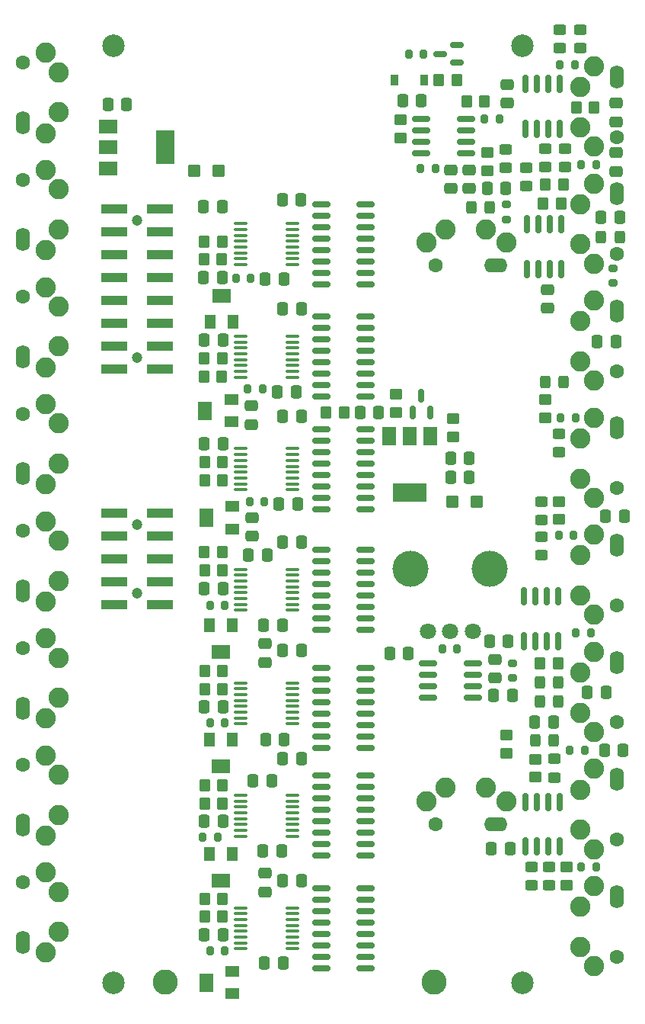
<source format=gbr>
%TF.GenerationSoftware,KiCad,Pcbnew,(6.0.1)*%
%TF.CreationDate,2023-03-07T05:59:22-08:00*%
%TF.ProjectId,pipes_main,70697065-735f-46d6-9169-6e2e6b696361,rev?*%
%TF.SameCoordinates,Original*%
%TF.FileFunction,Soldermask,Bot*%
%TF.FilePolarity,Negative*%
%FSLAX46Y46*%
G04 Gerber Fmt 4.6, Leading zero omitted, Abs format (unit mm)*
G04 Created by KiCad (PCBNEW (6.0.1)) date 2023-03-07 05:59:22*
%MOMM*%
%LPD*%
G01*
G04 APERTURE LIST*
G04 Aperture macros list*
%AMRoundRect*
0 Rectangle with rounded corners*
0 $1 Rounding radius*
0 $2 $3 $4 $5 $6 $7 $8 $9 X,Y pos of 4 corners*
0 Add a 4 corners polygon primitive as box body*
4,1,4,$2,$3,$4,$5,$6,$7,$8,$9,$2,$3,0*
0 Add four circle primitives for the rounded corners*
1,1,$1+$1,$2,$3*
1,1,$1+$1,$4,$5*
1,1,$1+$1,$6,$7*
1,1,$1+$1,$8,$9*
0 Add four rect primitives between the rounded corners*
20,1,$1+$1,$2,$3,$4,$5,0*
20,1,$1+$1,$4,$5,$6,$7,0*
20,1,$1+$1,$6,$7,$8,$9,0*
20,1,$1+$1,$8,$9,$2,$3,0*%
G04 Aperture macros list end*
%ADD10C,2.500000*%
%ADD11C,2.250000*%
%ADD12O,1.600000X2.600000*%
%ADD13C,1.600000*%
%ADD14C,4.000000*%
%ADD15C,1.800000*%
%ADD16O,2.600000X1.600000*%
%ADD17RoundRect,0.250000X-0.450000X0.325000X-0.450000X-0.325000X0.450000X-0.325000X0.450000X0.325000X0*%
%ADD18R,1.500000X2.000000*%
%ADD19R,3.800000X2.000000*%
%ADD20RoundRect,0.250000X0.350000X0.450000X-0.350000X0.450000X-0.350000X-0.450000X0.350000X-0.450000X0*%
%ADD21RoundRect,0.150000X0.587500X0.150000X-0.587500X0.150000X-0.587500X-0.150000X0.587500X-0.150000X0*%
%ADD22RoundRect,0.200000X0.200000X0.275000X-0.200000X0.275000X-0.200000X-0.275000X0.200000X-0.275000X0*%
%ADD23RoundRect,0.250000X-0.350000X-0.450000X0.350000X-0.450000X0.350000X0.450000X-0.350000X0.450000X0*%
%ADD24RoundRect,0.250000X0.337500X0.475000X-0.337500X0.475000X-0.337500X-0.475000X0.337500X-0.475000X0*%
%ADD25RoundRect,0.250000X-0.337500X-0.475000X0.337500X-0.475000X0.337500X0.475000X-0.337500X0.475000X0*%
%ADD26RoundRect,0.250000X0.475000X-0.337500X0.475000X0.337500X-0.475000X0.337500X-0.475000X-0.337500X0*%
%ADD27RoundRect,0.250000X0.450000X-0.325000X0.450000X0.325000X-0.450000X0.325000X-0.450000X-0.325000X0*%
%ADD28RoundRect,0.200000X0.275000X-0.200000X0.275000X0.200000X-0.275000X0.200000X-0.275000X-0.200000X0*%
%ADD29RoundRect,0.250000X0.450000X-0.350000X0.450000X0.350000X-0.450000X0.350000X-0.450000X-0.350000X0*%
%ADD30R,1.300000X1.600000*%
%ADD31R,2.000000X1.600000*%
%ADD32R,1.600000X1.300000*%
%ADD33R,1.600000X2.000000*%
%ADD34RoundRect,0.150000X-0.150000X0.825000X-0.150000X-0.825000X0.150000X-0.825000X0.150000X0.825000X0*%
%ADD35RoundRect,0.250000X0.325000X0.450000X-0.325000X0.450000X-0.325000X-0.450000X0.325000X-0.450000X0*%
%ADD36RoundRect,0.250000X-0.450000X-0.425000X0.450000X-0.425000X0.450000X0.425000X-0.450000X0.425000X0*%
%ADD37RoundRect,0.100000X0.637500X0.100000X-0.637500X0.100000X-0.637500X-0.100000X0.637500X-0.100000X0*%
%ADD38RoundRect,0.250000X-0.450000X0.350000X-0.450000X-0.350000X0.450000X-0.350000X0.450000X0.350000X0*%
%ADD39RoundRect,0.150000X0.825000X0.150000X-0.825000X0.150000X-0.825000X-0.150000X0.825000X-0.150000X0*%
%ADD40RoundRect,0.250000X-0.475000X0.337500X-0.475000X-0.337500X0.475000X-0.337500X0.475000X0.337500X0*%
%ADD41C,2.800000*%
%ADD42RoundRect,0.150000X0.150000X-0.587500X0.150000X0.587500X-0.150000X0.587500X-0.150000X-0.587500X0*%
%ADD43R,0.900000X1.200000*%
%ADD44R,3.000000X1.000000*%
%ADD45C,1.200000*%
%ADD46RoundRect,0.250000X-0.325000X-0.450000X0.325000X-0.450000X0.325000X0.450000X-0.325000X0.450000X0*%
%ADD47RoundRect,0.200000X-0.275000X0.200000X-0.275000X-0.200000X0.275000X-0.200000X0.275000X0.200000X0*%
%ADD48R,2.000000X1.500000*%
%ADD49R,2.000000X3.800000*%
%ADD50RoundRect,0.200000X-0.200000X-0.275000X0.200000X-0.275000X0.200000X0.275000X-0.200000X0.275000X0*%
G04 APERTURE END LIST*
D10*
%TO.C,H2*%
X98000000Y-43000000D03*
%TD*%
D11*
%TO.C,J16*%
X106000000Y-132180000D03*
X106000000Y-123280000D03*
X104500000Y-130030000D03*
X104500000Y-125580000D03*
D12*
X108550000Y-124440000D03*
D13*
X108550000Y-131120000D03*
%TD*%
D11*
%TO.C,J14*%
X106000000Y-80180000D03*
X106000000Y-71280000D03*
X104500000Y-78030000D03*
X104500000Y-73580000D03*
D12*
X108550000Y-72440000D03*
D13*
X108550000Y-79120000D03*
%TD*%
D14*
%TO.C,RV1*%
X94420000Y-101030000D03*
X85620000Y-101030000D03*
D15*
X92520000Y-108030000D03*
X90020000Y-108030000D03*
X87520000Y-108030000D03*
%TD*%
D11*
%TO.C,J9*%
X45000000Y-82780000D03*
X45000000Y-91680000D03*
X46500000Y-84930000D03*
X46500000Y-89380000D03*
D12*
X42450000Y-90520000D03*
D13*
X42450000Y-83840000D03*
%TD*%
D11*
%TO.C,J15*%
X106000000Y-54180000D03*
X106000000Y-45280000D03*
X104500000Y-52030000D03*
X104500000Y-47580000D03*
D12*
X108550000Y-46440000D03*
D13*
X108550000Y-53120000D03*
%TD*%
D10*
%TO.C,H1*%
X52600000Y-43000000D03*
%TD*%
D11*
%TO.C,J19*%
X106000000Y-145180000D03*
X106000000Y-136280000D03*
X104500000Y-143030000D03*
X104500000Y-138580000D03*
D12*
X108550000Y-137440000D03*
D13*
X108550000Y-144120000D03*
%TD*%
D10*
%TO.C,H3*%
X98000000Y-147000000D03*
%TD*%
D11*
%TO.C,J13*%
X106000000Y-119180000D03*
X106000000Y-110280000D03*
X104500000Y-117030000D03*
X104500000Y-112580000D03*
D12*
X108550000Y-111440000D03*
D13*
X108550000Y-118120000D03*
%TD*%
D11*
%TO.C,J7*%
X45000000Y-43780000D03*
X45000000Y-52680000D03*
X46500000Y-45930000D03*
X46500000Y-50380000D03*
D12*
X42450000Y-51520000D03*
D13*
X42450000Y-44840000D03*
%TD*%
D10*
%TO.C,H4*%
X52600000Y-147000000D03*
%TD*%
D11*
%TO.C,J20*%
X106000000Y-106180000D03*
X106000000Y-97280000D03*
X104500000Y-104030000D03*
X104500000Y-99580000D03*
D12*
X108550000Y-98440000D03*
D13*
X108550000Y-105120000D03*
%TD*%
D11*
%TO.C,J12*%
X45000000Y-95780000D03*
X45000000Y-104680000D03*
X46500000Y-97930000D03*
X46500000Y-102380000D03*
D12*
X42450000Y-103520000D03*
D13*
X42450000Y-96840000D03*
%TD*%
D11*
%TO.C,J5*%
X45000000Y-108780000D03*
X45000000Y-117680000D03*
X46500000Y-110930000D03*
X46500000Y-115380000D03*
D12*
X42450000Y-116520000D03*
D13*
X42450000Y-109840000D03*
%TD*%
D11*
%TO.C,J10*%
X45000000Y-56780000D03*
X45000000Y-65680000D03*
X46500000Y-58930000D03*
X46500000Y-63380000D03*
D12*
X42450000Y-64520000D03*
D13*
X42450000Y-57840000D03*
%TD*%
D11*
%TO.C,J4*%
X87320000Y-126850000D03*
X96220000Y-126850000D03*
X89470000Y-125350000D03*
X93920000Y-125350000D03*
D16*
X95060000Y-129400000D03*
D13*
X88380000Y-129400000D03*
%TD*%
D11*
%TO.C,J11*%
X45000000Y-134780000D03*
X45000000Y-143680000D03*
X46500000Y-136930000D03*
X46500000Y-141380000D03*
D12*
X42450000Y-142520000D03*
D13*
X42450000Y-135840000D03*
%TD*%
D11*
%TO.C,J18*%
X106000000Y-93180000D03*
X106000000Y-84280000D03*
X104500000Y-91030000D03*
X104500000Y-86580000D03*
D12*
X108550000Y-85440000D03*
D13*
X108550000Y-92120000D03*
%TD*%
D11*
%TO.C,J1*%
X87320000Y-64850000D03*
X96220000Y-64850000D03*
X89470000Y-63350000D03*
X93920000Y-63350000D03*
D16*
X95060000Y-67400000D03*
D13*
X88380000Y-67400000D03*
%TD*%
D11*
%TO.C,J8*%
X45000000Y-121780000D03*
X45000000Y-130680000D03*
X46500000Y-123930000D03*
X46500000Y-128380000D03*
D12*
X42450000Y-129520000D03*
D13*
X42450000Y-122840000D03*
%TD*%
D11*
%TO.C,J6*%
X45000000Y-69780000D03*
X45000000Y-78680000D03*
X46500000Y-71930000D03*
X46500000Y-76380000D03*
D12*
X42450000Y-77520000D03*
D13*
X42450000Y-70840000D03*
%TD*%
D11*
%TO.C,J17*%
X106000000Y-67180000D03*
X106000000Y-58280000D03*
X104500000Y-65030000D03*
X104500000Y-60580000D03*
D12*
X108550000Y-59440000D03*
D13*
X108550000Y-66120000D03*
%TD*%
D17*
%TO.C,D15*%
X100600000Y-54375000D03*
X100600000Y-56425000D03*
%TD*%
D18*
%TO.C,U3*%
X83200000Y-86300000D03*
X85500000Y-86300000D03*
D19*
X85500000Y-92600000D03*
D18*
X87800000Y-86300000D03*
%TD*%
D20*
%TO.C,R36*%
X64700000Y-125100000D03*
X62700000Y-125100000D03*
%TD*%
D21*
%TO.C,Q2*%
X90737500Y-42930000D03*
X90737500Y-44830000D03*
X88862500Y-43880000D03*
%TD*%
D22*
%TO.C,R39*%
X64925000Y-105100000D03*
X63275000Y-105100000D03*
%TD*%
%TO.C,R82*%
X104925000Y-121200000D03*
X103275000Y-121200000D03*
%TD*%
D23*
%TO.C,R27*%
X100300000Y-60500000D03*
X102300000Y-60500000D03*
%TD*%
D24*
%TO.C,C8*%
X85347500Y-110490000D03*
X83272500Y-110490000D03*
%TD*%
D25*
%TO.C,C28*%
X69262500Y-107300000D03*
X71337500Y-107300000D03*
%TD*%
D24*
%TO.C,C9*%
X96917500Y-115120000D03*
X94842500Y-115120000D03*
%TD*%
D26*
%TO.C,C40*%
X69400000Y-111437500D03*
X69400000Y-109362500D03*
%TD*%
D27*
%TO.C,D14*%
X102800000Y-56425000D03*
X102800000Y-54375000D03*
%TD*%
D28*
%TO.C,R79*%
X108100000Y-69325000D03*
X108100000Y-67675000D03*
%TD*%
D22*
%TO.C,R30*%
X67835000Y-68770000D03*
X66185000Y-68770000D03*
%TD*%
%TO.C,R78*%
X105625000Y-108200000D03*
X103975000Y-108200000D03*
%TD*%
D29*
%TO.C,R73*%
X100600000Y-84300000D03*
X100600000Y-82300000D03*
%TD*%
D24*
%TO.C,C76*%
X101487500Y-118050000D03*
X99412500Y-118050000D03*
%TD*%
D30*
%TO.C,RV17*%
X63250000Y-107350000D03*
D31*
X64500000Y-110250000D03*
D30*
X65750000Y-107350000D03*
%TD*%
D32*
%TO.C,RV13*%
X65750000Y-94150000D03*
D33*
X62850000Y-95400000D03*
D32*
X65750000Y-96650000D03*
%TD*%
D20*
%TO.C,R32*%
X64700000Y-89200000D03*
X62700000Y-89200000D03*
%TD*%
D34*
%TO.C,U38*%
X98195000Y-104125000D03*
X99465000Y-104125000D03*
X100735000Y-104125000D03*
X102005000Y-104125000D03*
X102005000Y-109075000D03*
X100735000Y-109075000D03*
X99465000Y-109075000D03*
X98195000Y-109075000D03*
%TD*%
D22*
%TO.C,R38*%
X64925000Y-143500000D03*
X63275000Y-143500000D03*
%TD*%
D35*
%TO.C,D9*%
X94425000Y-60900000D03*
X92375000Y-60900000D03*
%TD*%
D24*
%TO.C,C36*%
X73467500Y-84140000D03*
X71392500Y-84140000D03*
%TD*%
D36*
%TO.C,C12*%
X90250000Y-93600000D03*
X92950000Y-93600000D03*
%TD*%
D25*
%TO.C,C27*%
X69362500Y-144800000D03*
X71437500Y-144800000D03*
%TD*%
%TO.C,C10*%
X90062500Y-90900000D03*
X92137500Y-90900000D03*
%TD*%
D24*
%TO.C,C1*%
X82037500Y-83730000D03*
X79962500Y-83730000D03*
%TD*%
D37*
%TO.C,U10*%
X72422500Y-87725000D03*
X72422500Y-88375000D03*
X72422500Y-89025000D03*
X72422500Y-89675000D03*
X72422500Y-90325000D03*
X72422500Y-90975000D03*
X72422500Y-91625000D03*
X72422500Y-92275000D03*
X66697500Y-92275000D03*
X66697500Y-91625000D03*
X66697500Y-90975000D03*
X66697500Y-90325000D03*
X66697500Y-89675000D03*
X66697500Y-89025000D03*
X66697500Y-88375000D03*
X66697500Y-87725000D03*
%TD*%
D38*
%TO.C,R7*%
X84480000Y-51200000D03*
X84480000Y-53200000D03*
%TD*%
D25*
%TO.C,C75*%
X105262500Y-114800000D03*
X107337500Y-114800000D03*
%TD*%
D24*
%TO.C,C41*%
X70137500Y-124600000D03*
X68062500Y-124600000D03*
%TD*%
D39*
%TO.C,U19*%
X80585000Y-98955000D03*
X80585000Y-100225000D03*
X80585000Y-101495000D03*
X80585000Y-102765000D03*
X80585000Y-104035000D03*
X80585000Y-105305000D03*
X80585000Y-106575000D03*
X80585000Y-107845000D03*
X75635000Y-107845000D03*
X75635000Y-106575000D03*
X75635000Y-105305000D03*
X75635000Y-104035000D03*
X75635000Y-102765000D03*
X75635000Y-101495000D03*
X75635000Y-100225000D03*
X75635000Y-98955000D03*
%TD*%
D35*
%TO.C,D8*%
X108825000Y-64200000D03*
X106775000Y-64200000D03*
%TD*%
D24*
%TO.C,C72*%
X96437500Y-109100000D03*
X94362500Y-109100000D03*
%TD*%
D30*
%TO.C,RV10*%
X63250000Y-120050000D03*
D31*
X64500000Y-122950000D03*
D30*
X65750000Y-120050000D03*
%TD*%
D22*
%TO.C,R29*%
X69325000Y-93600000D03*
X67675000Y-93600000D03*
%TD*%
D37*
%TO.C,U17*%
X72422500Y-101125000D03*
X72422500Y-101775000D03*
X72422500Y-102425000D03*
X72422500Y-103075000D03*
X72422500Y-103725000D03*
X72422500Y-104375000D03*
X72422500Y-105025000D03*
X72422500Y-105675000D03*
X66697500Y-105675000D03*
X66697500Y-105025000D03*
X66697500Y-104375000D03*
X66697500Y-103725000D03*
X66697500Y-103075000D03*
X66697500Y-102425000D03*
X66697500Y-101775000D03*
X66697500Y-101125000D03*
%TD*%
D40*
%TO.C,C23*%
X68000000Y-95362500D03*
X68000000Y-97437500D03*
%TD*%
D29*
%TO.C,R70*%
X90300000Y-86400000D03*
X90300000Y-84400000D03*
%TD*%
D22*
%TO.C,R20*%
X64950000Y-118200000D03*
X63300000Y-118200000D03*
%TD*%
D41*
%TO.C,TP1*%
X88170000Y-146950000D03*
%TD*%
D23*
%TO.C,R43*%
X62700000Y-101200000D03*
X64700000Y-101200000D03*
%TD*%
D24*
%TO.C,C42*%
X73447500Y-110140000D03*
X71372500Y-110140000D03*
%TD*%
D29*
%TO.C,R71*%
X99500000Y-124200000D03*
X99500000Y-122200000D03*
%TD*%
D37*
%TO.C,U12*%
X72422500Y-126205000D03*
X72422500Y-126855000D03*
X72422500Y-127505000D03*
X72422500Y-128155000D03*
X72422500Y-128805000D03*
X72422500Y-129455000D03*
X72422500Y-130105000D03*
X72422500Y-130755000D03*
X66697500Y-130755000D03*
X66697500Y-130105000D03*
X66697500Y-129455000D03*
X66697500Y-128805000D03*
X66697500Y-128155000D03*
X66697500Y-127505000D03*
X66697500Y-126855000D03*
X66697500Y-126205000D03*
%TD*%
D25*
%TO.C,C15*%
X70762500Y-81400000D03*
X72837500Y-81400000D03*
%TD*%
D23*
%TO.C,R41*%
X62700000Y-139700000D03*
X64700000Y-139700000D03*
%TD*%
D29*
%TO.C,R75*%
X102100000Y-95600000D03*
X102100000Y-93600000D03*
%TD*%
D25*
%TO.C,C20*%
X70962500Y-93900000D03*
X73037500Y-93900000D03*
%TD*%
D42*
%TO.C,Q1*%
X87740000Y-83687500D03*
X85840000Y-83687500D03*
X86790000Y-81812500D03*
%TD*%
D38*
%TO.C,R74*%
X102900000Y-134200000D03*
X102900000Y-136200000D03*
%TD*%
%TO.C,R19*%
X96220000Y-119560000D03*
X96220000Y-121560000D03*
%TD*%
D27*
%TO.C,D11*%
X102200000Y-43225000D03*
X102200000Y-41175000D03*
%TD*%
D17*
%TO.C,D19*%
X99000000Y-134175000D03*
X99000000Y-136225000D03*
%TD*%
D37*
%TO.C,U4*%
X72422500Y-113725000D03*
X72422500Y-114375000D03*
X72422500Y-115025000D03*
X72422500Y-115675000D03*
X72422500Y-116325000D03*
X72422500Y-116975000D03*
X72422500Y-117625000D03*
X72422500Y-118275000D03*
X66697500Y-118275000D03*
X66697500Y-117625000D03*
X66697500Y-116975000D03*
X66697500Y-116325000D03*
X66697500Y-115675000D03*
X66697500Y-115025000D03*
X66697500Y-114375000D03*
X66697500Y-113725000D03*
%TD*%
D43*
%TO.C,D5*%
X87137500Y-46780000D03*
X83837500Y-46780000D03*
%TD*%
D22*
%TO.C,R21*%
X69125000Y-81100000D03*
X67475000Y-81100000D03*
%TD*%
D25*
%TO.C,C3*%
X51962500Y-49500000D03*
X54037500Y-49500000D03*
%TD*%
D24*
%TO.C,C31*%
X64737500Y-75700000D03*
X62662500Y-75700000D03*
%TD*%
D44*
%TO.C,J21*%
X52680000Y-61110000D03*
X57720000Y-61110000D03*
X52680000Y-63650000D03*
X57720000Y-63650000D03*
X52680000Y-66190000D03*
X57720000Y-66190000D03*
X52680000Y-68730000D03*
X57720000Y-68730000D03*
X52680000Y-71270000D03*
X57720000Y-71270000D03*
X52680000Y-73810000D03*
X57720000Y-73810000D03*
X52680000Y-76350000D03*
X57720000Y-76350000D03*
X52680000Y-78890000D03*
X57720000Y-78890000D03*
D45*
X55200000Y-62380000D03*
X55200000Y-77620000D03*
%TD*%
D29*
%TO.C,R1*%
X83930000Y-83670000D03*
X83930000Y-81670000D03*
%TD*%
D32*
%TO.C,RV11*%
X65650000Y-82250000D03*
D33*
X62750000Y-83500000D03*
D32*
X65650000Y-84750000D03*
%TD*%
D27*
%TO.C,D18*%
X101000000Y-136225000D03*
X101000000Y-134175000D03*
%TD*%
D22*
%TO.C,R85*%
X103725000Y-97300000D03*
X102075000Y-97300000D03*
%TD*%
D46*
%TO.C,D16*%
X100575000Y-80300000D03*
X102625000Y-80300000D03*
%TD*%
D47*
%TO.C,R2*%
X96220000Y-60595000D03*
X96220000Y-62245000D03*
%TD*%
D17*
%TO.C,D17*%
X102100000Y-86075000D03*
X102100000Y-88125000D03*
%TD*%
D30*
%TO.C,RV14*%
X65850000Y-73650000D03*
D31*
X64600000Y-70750000D03*
D30*
X63350000Y-73650000D03*
%TD*%
D23*
%TO.C,R26*%
X62600000Y-79700000D03*
X64600000Y-79700000D03*
%TD*%
D25*
%TO.C,C14*%
X69462500Y-120000000D03*
X71537500Y-120000000D03*
%TD*%
D41*
%TO.C,TP2*%
X58280000Y-146950000D03*
%TD*%
D39*
%TO.C,U13*%
X80585000Y-85555000D03*
X80585000Y-86825000D03*
X80585000Y-88095000D03*
X80585000Y-89365000D03*
X80585000Y-90635000D03*
X80585000Y-91905000D03*
X80585000Y-93175000D03*
X80585000Y-94445000D03*
X75635000Y-94445000D03*
X75635000Y-93175000D03*
X75635000Y-91905000D03*
X75635000Y-90635000D03*
X75635000Y-89365000D03*
X75635000Y-88095000D03*
X75635000Y-86825000D03*
X75635000Y-85555000D03*
%TD*%
D44*
%TO.C,J22*%
X57720000Y-105080000D03*
X52680000Y-105080000D03*
X57720000Y-102540000D03*
X52680000Y-102540000D03*
X57720000Y-100000000D03*
X52680000Y-100000000D03*
X57720000Y-97460000D03*
X52680000Y-97460000D03*
X57720000Y-94920000D03*
X52680000Y-94920000D03*
D45*
X55200000Y-103810000D03*
X55200000Y-96190000D03*
%TD*%
D26*
%TO.C,C70*%
X96300000Y-49337500D03*
X96300000Y-47262500D03*
%TD*%
D29*
%TO.C,R3*%
X94110000Y-56840000D03*
X94110000Y-54840000D03*
%TD*%
D17*
%TO.C,D20*%
X100100000Y-93575000D03*
X100100000Y-95625000D03*
%TD*%
D26*
%TO.C,C44*%
X69400000Y-136937500D03*
X69400000Y-134862500D03*
%TD*%
D20*
%TO.C,R40*%
X64700000Y-137700000D03*
X62700000Y-137700000D03*
%TD*%
%TO.C,R34*%
X64650000Y-64700000D03*
X62650000Y-64700000D03*
%TD*%
%TO.C,R8*%
X90730000Y-46800000D03*
X88730000Y-46800000D03*
%TD*%
D39*
%TO.C,U18*%
X80585000Y-136535000D03*
X80585000Y-137805000D03*
X80585000Y-139075000D03*
X80585000Y-140345000D03*
X80585000Y-141615000D03*
X80585000Y-142885000D03*
X80585000Y-144155000D03*
X80585000Y-145425000D03*
X75635000Y-145425000D03*
X75635000Y-144155000D03*
X75635000Y-142885000D03*
X75635000Y-141615000D03*
X75635000Y-140345000D03*
X75635000Y-139075000D03*
X75635000Y-137805000D03*
X75635000Y-136535000D03*
%TD*%
D48*
%TO.C,U6*%
X51975476Y-56580000D03*
X51975476Y-54280000D03*
D49*
X58275476Y-54280000D03*
D48*
X51975476Y-51980000D03*
%TD*%
D35*
%TO.C,D7*%
X102025000Y-115800000D03*
X99975000Y-115800000D03*
%TD*%
D26*
%TO.C,C7*%
X90060000Y-58827500D03*
X90060000Y-56752500D03*
%TD*%
D34*
%TO.C,U39*%
X98395000Y-126950000D03*
X99665000Y-126950000D03*
X100935000Y-126950000D03*
X102205000Y-126950000D03*
X102205000Y-131900000D03*
X100935000Y-131900000D03*
X99665000Y-131900000D03*
X98395000Y-131900000D03*
%TD*%
D36*
%TO.C,C4*%
X61570476Y-56830000D03*
X64270476Y-56830000D03*
%TD*%
D34*
%TO.C,U37*%
X98495000Y-62825000D03*
X99765000Y-62825000D03*
X101035000Y-62825000D03*
X102305000Y-62825000D03*
X102305000Y-67775000D03*
X101035000Y-67775000D03*
X99765000Y-67775000D03*
X98495000Y-67775000D03*
%TD*%
D40*
%TO.C,C11*%
X92110000Y-56742500D03*
X92110000Y-58817500D03*
%TD*%
D24*
%TO.C,C79*%
X109237500Y-121200000D03*
X107162500Y-121200000D03*
%TD*%
%TO.C,C6*%
X86780000Y-49110000D03*
X84705000Y-49110000D03*
%TD*%
D50*
%TO.C,R18*%
X89095000Y-109930000D03*
X90745000Y-109930000D03*
%TD*%
D24*
%TO.C,C25*%
X64737500Y-129100000D03*
X62662500Y-129100000D03*
%TD*%
D39*
%TO.C,U14*%
X80585000Y-124035000D03*
X80585000Y-125305000D03*
X80585000Y-126575000D03*
X80585000Y-127845000D03*
X80585000Y-129115000D03*
X80585000Y-130385000D03*
X80585000Y-131655000D03*
X80585000Y-132925000D03*
X75635000Y-132925000D03*
X75635000Y-131655000D03*
X75635000Y-130385000D03*
X75635000Y-129115000D03*
X75635000Y-127845000D03*
X75635000Y-126575000D03*
X75635000Y-125305000D03*
X75635000Y-124035000D03*
%TD*%
D40*
%TO.C,C18*%
X67900000Y-82962500D03*
X67900000Y-85037500D03*
%TD*%
D24*
%TO.C,C38*%
X64737500Y-103300000D03*
X62662500Y-103300000D03*
%TD*%
D39*
%TO.C,U1*%
X91725000Y-51105000D03*
X91725000Y-52375000D03*
X91725000Y-53645000D03*
X91725000Y-54915000D03*
X86775000Y-54915000D03*
X86775000Y-53645000D03*
X86775000Y-52375000D03*
X86775000Y-51105000D03*
%TD*%
D40*
%TO.C,C73*%
X108400000Y-49362500D03*
X108400000Y-51437500D03*
%TD*%
D24*
%TO.C,C33*%
X64737500Y-87200000D03*
X62662500Y-87200000D03*
%TD*%
%TO.C,C74*%
X108837500Y-62000000D03*
X106762500Y-62000000D03*
%TD*%
D37*
%TO.C,U5*%
X72422500Y-75225000D03*
X72422500Y-75875000D03*
X72422500Y-76525000D03*
X72422500Y-77175000D03*
X72422500Y-77825000D03*
X72422500Y-78475000D03*
X72422500Y-79125000D03*
X72422500Y-79775000D03*
X66697500Y-79775000D03*
X66697500Y-79125000D03*
X66697500Y-78475000D03*
X66697500Y-77825000D03*
X66697500Y-77175000D03*
X66697500Y-76525000D03*
X66697500Y-75875000D03*
X66697500Y-75225000D03*
%TD*%
D24*
%TO.C,C45*%
X73457500Y-135700000D03*
X71382500Y-135700000D03*
%TD*%
D25*
%TO.C,C21*%
X69442500Y-68860000D03*
X71517500Y-68860000D03*
%TD*%
D24*
%TO.C,C34*%
X73467500Y-72160000D03*
X71392500Y-72160000D03*
%TD*%
D25*
%TO.C,C22*%
X69162500Y-132400000D03*
X71237500Y-132400000D03*
%TD*%
D30*
%TO.C,RV15*%
X63250000Y-132750000D03*
D31*
X64500000Y-135650000D03*
D30*
X65750000Y-132750000D03*
%TD*%
D23*
%TO.C,R35*%
X62600000Y-66700000D03*
X64600000Y-66700000D03*
%TD*%
D24*
%TO.C,C24*%
X64637500Y-68700000D03*
X62562500Y-68700000D03*
%TD*%
D20*
%TO.C,R42*%
X64650000Y-99200000D03*
X62650000Y-99200000D03*
%TD*%
D28*
%TO.C,R68*%
X96900000Y-113175000D03*
X96900000Y-111525000D03*
%TD*%
D22*
%TO.C,R84*%
X106225000Y-134200000D03*
X104575000Y-134200000D03*
%TD*%
D23*
%TO.C,R69*%
X76200000Y-83700000D03*
X78200000Y-83700000D03*
%TD*%
%TO.C,R72*%
X100600000Y-58400000D03*
X102600000Y-58400000D03*
%TD*%
%TO.C,R33*%
X62700000Y-91200000D03*
X64700000Y-91200000D03*
%TD*%
D22*
%TO.C,R4*%
X95465000Y-51070000D03*
X93815000Y-51070000D03*
%TD*%
D24*
%TO.C,C30*%
X64657500Y-60810000D03*
X62582500Y-60810000D03*
%TD*%
%TO.C,C77*%
X108437500Y-75800000D03*
X106362500Y-75800000D03*
%TD*%
D22*
%TO.C,R81*%
X106225000Y-56200000D03*
X104575000Y-56200000D03*
%TD*%
D40*
%TO.C,C71*%
X100800000Y-70062500D03*
X100800000Y-72137500D03*
%TD*%
D17*
%TO.C,D2*%
X98430000Y-56507500D03*
X98430000Y-58557500D03*
%TD*%
D50*
%TO.C,R9*%
X85385000Y-43880000D03*
X87035000Y-43880000D03*
%TD*%
D37*
%TO.C,U11*%
X72422500Y-62725000D03*
X72422500Y-63375000D03*
X72422500Y-64025000D03*
X72422500Y-64675000D03*
X72422500Y-65325000D03*
X72422500Y-65975000D03*
X72422500Y-66625000D03*
X72422500Y-67275000D03*
X66697500Y-67275000D03*
X66697500Y-66625000D03*
X66697500Y-65975000D03*
X66697500Y-65325000D03*
X66697500Y-64675000D03*
X66697500Y-64025000D03*
X66697500Y-63375000D03*
X66697500Y-62725000D03*
%TD*%
D20*
%TO.C,R23*%
X64700000Y-112400000D03*
X62700000Y-112400000D03*
%TD*%
D25*
%TO.C,C2*%
X90062500Y-88800000D03*
X92137500Y-88800000D03*
%TD*%
D24*
%TO.C,C17*%
X64737500Y-116400000D03*
X62662500Y-116400000D03*
%TD*%
D37*
%TO.C,U16*%
X72422500Y-138705000D03*
X72422500Y-139355000D03*
X72422500Y-140005000D03*
X72422500Y-140655000D03*
X72422500Y-141305000D03*
X72422500Y-141955000D03*
X72422500Y-142605000D03*
X72422500Y-143255000D03*
X66697500Y-143255000D03*
X66697500Y-142605000D03*
X66697500Y-141955000D03*
X66697500Y-141305000D03*
X66697500Y-140655000D03*
X66697500Y-140005000D03*
X66697500Y-139355000D03*
X66697500Y-138705000D03*
%TD*%
D17*
%TO.C,D12*%
X101600000Y-122175000D03*
X101600000Y-124225000D03*
%TD*%
D46*
%TO.C,D6*%
X99975000Y-113700000D03*
X102025000Y-113700000D03*
%TD*%
D24*
%TO.C,C39*%
X73467500Y-98110000D03*
X71392500Y-98110000D03*
%TD*%
D23*
%TO.C,R28*%
X104000000Y-49800000D03*
X106000000Y-49800000D03*
%TD*%
%TO.C,R37*%
X62700000Y-127100000D03*
X64700000Y-127100000D03*
%TD*%
D39*
%TO.C,U8*%
X80585000Y-73055000D03*
X80585000Y-74325000D03*
X80585000Y-75595000D03*
X80585000Y-76865000D03*
X80585000Y-78135000D03*
X80585000Y-79405000D03*
X80585000Y-80675000D03*
X80585000Y-81945000D03*
X75635000Y-81945000D03*
X75635000Y-80675000D03*
X75635000Y-79405000D03*
X75635000Y-78135000D03*
X75635000Y-76865000D03*
X75635000Y-75595000D03*
X75635000Y-74325000D03*
X75635000Y-73055000D03*
%TD*%
D24*
%TO.C,C5*%
X96187500Y-58800000D03*
X94112500Y-58800000D03*
%TD*%
%TO.C,C80*%
X109337500Y-95200000D03*
X107262500Y-95200000D03*
%TD*%
D20*
%TO.C,R25*%
X64650000Y-77700000D03*
X62650000Y-77700000D03*
%TD*%
D22*
%TO.C,R80*%
X103825000Y-45100000D03*
X102175000Y-45100000D03*
%TD*%
D20*
%TO.C,R22*%
X102000000Y-111600000D03*
X100000000Y-111600000D03*
%TD*%
D24*
%TO.C,C43*%
X73467500Y-122110000D03*
X71392500Y-122110000D03*
%TD*%
%TO.C,C37*%
X64737500Y-141700000D03*
X62662500Y-141700000D03*
%TD*%
D23*
%TO.C,R5*%
X91810000Y-49180000D03*
X93810000Y-49180000D03*
%TD*%
D22*
%TO.C,R31*%
X64125000Y-130900000D03*
X62475000Y-130900000D03*
%TD*%
D25*
%TO.C,C35*%
X67562500Y-99500000D03*
X69637500Y-99500000D03*
%TD*%
D35*
%TO.C,D13*%
X101500000Y-120100000D03*
X99450000Y-120100000D03*
%TD*%
D22*
%TO.C,R83*%
X103925000Y-84300000D03*
X102275000Y-84300000D03*
%TD*%
D17*
%TO.C,D21*%
X100100000Y-97475000D03*
X100100000Y-99525000D03*
%TD*%
D24*
%TO.C,C29*%
X96637500Y-132100000D03*
X94562500Y-132100000D03*
%TD*%
D39*
%TO.C,U7*%
X80585000Y-112055000D03*
X80585000Y-113325000D03*
X80585000Y-114595000D03*
X80585000Y-115865000D03*
X80585000Y-117135000D03*
X80585000Y-118405000D03*
X80585000Y-119675000D03*
X80585000Y-120945000D03*
X75635000Y-120945000D03*
X75635000Y-119675000D03*
X75635000Y-118405000D03*
X75635000Y-117135000D03*
X75635000Y-115865000D03*
X75635000Y-114595000D03*
X75635000Y-113325000D03*
X75635000Y-112055000D03*
%TD*%
D34*
%TO.C,U36*%
X98395000Y-47225000D03*
X99665000Y-47225000D03*
X100935000Y-47225000D03*
X102205000Y-47225000D03*
X102205000Y-52175000D03*
X100935000Y-52175000D03*
X99665000Y-52175000D03*
X98395000Y-52175000D03*
%TD*%
D26*
%TO.C,C78*%
X108400000Y-56937500D03*
X108400000Y-54862500D03*
%TD*%
D17*
%TO.C,D10*%
X104500000Y-41175000D03*
X104500000Y-43225000D03*
%TD*%
D40*
%TO.C,C13*%
X95010000Y-111102500D03*
X95010000Y-113177500D03*
%TD*%
D39*
%TO.C,U2*%
X92485000Y-111595000D03*
X92485000Y-112865000D03*
X92485000Y-114135000D03*
X92485000Y-115405000D03*
X87535000Y-115405000D03*
X87535000Y-114135000D03*
X87535000Y-112865000D03*
X87535000Y-111595000D03*
%TD*%
D23*
%TO.C,R24*%
X62700000Y-114400000D03*
X64700000Y-114400000D03*
%TD*%
D39*
%TO.C,U15*%
X80585000Y-60555000D03*
X80585000Y-61825000D03*
X80585000Y-63095000D03*
X80585000Y-64365000D03*
X80585000Y-65635000D03*
X80585000Y-66905000D03*
X80585000Y-68175000D03*
X80585000Y-69445000D03*
X75635000Y-69445000D03*
X75635000Y-68175000D03*
X75635000Y-66905000D03*
X75635000Y-65635000D03*
X75635000Y-64365000D03*
X75635000Y-63095000D03*
X75635000Y-61825000D03*
X75635000Y-60555000D03*
%TD*%
D32*
%TO.C,RV16*%
X65750000Y-145750000D03*
D33*
X62850000Y-147000000D03*
D32*
X65750000Y-148250000D03*
%TD*%
D50*
%TO.C,R6*%
X86685000Y-56650000D03*
X88335000Y-56650000D03*
%TD*%
D17*
%TO.C,D1*%
X96190000Y-54480000D03*
X96190000Y-56530000D03*
%TD*%
D24*
%TO.C,C32*%
X73407500Y-60060000D03*
X71332500Y-60060000D03*
%TD*%
M02*

</source>
